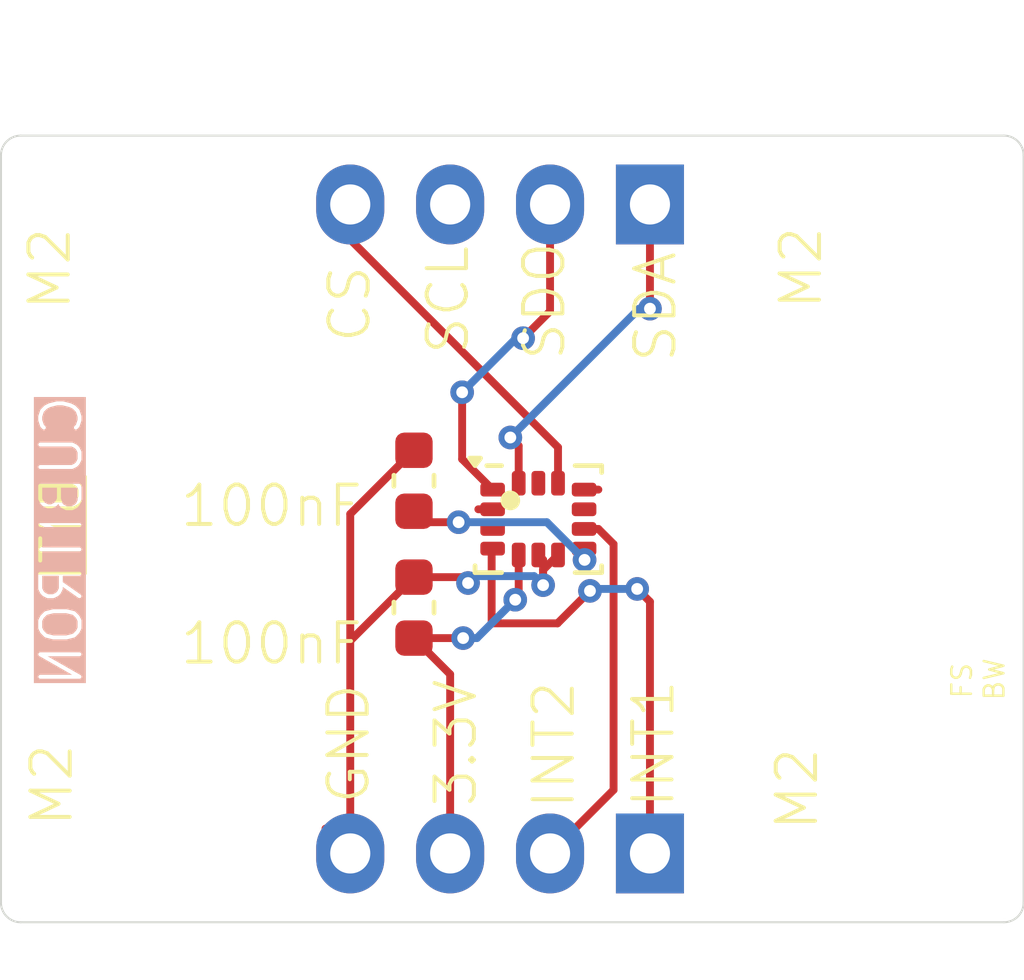
<source format=kicad_pcb>
(kicad_pcb (version 20240108) (generator "pcbnew") (generator_version "8.0")
  (layers (0 "F.Cu" signal) (31 "B.Cu" signal) (34 "B.Paste" user) (35 "F.Paste" user) (36 "B.SilkS" user "B.Silkscreen") (37 "F.SilkS" user "F.Silkscreen") (38 "B.Mask" user) (39 "F.Mask" user) (44 "Edge.Cuts" user))
  (net 0 "")
  (net 1 "+3.3V")
  (net 2 "GND")
  (net 3 "SDO{slash}SAO")
  (net 4 "CS")
  (net 5 "SCL")
  (net 6 "SDA")
  (net 7 "INT2")
  (net 8 "INT1")
  (net 9 "unconnected-(U1-SDO_AUX-Pad11)")
  (net 10 "unconnected-(U1-SDx-Pad2)")
  (footprint "MountingHole:MountingHole_2.2mm_M2" (layer "F.Cu") (at 128 86)
    (property "Reference" "H4" (hide yes))
    (property "Value" "MountingHole_Pad" (hide yes))
    (pad "" np_thru_hole circle (at 0 0) (size 2.2 2.2) (drill 2.2) (layers "*.Cu" "*.Mask"))
  )
  (footprint "Capacitor_SMD:C_0603_1608Metric" (layer "F.Cu") (at 135 78.275 90)
    (property "Reference" "C2" (hide yes))
    (property "Value" "C" (hide yes))
    (fp_line (start -0.14058 -0.51) (end 0.14058 -0.51) (stroke (width 0.12)) (layer "F.SilkS"))
    (fp_line (start -0.14058 0.51) (end 0.14058 0.51) (stroke (width 0.12)) (layer "F.SilkS"))
    (pad "1" smd roundrect (at -0.775 0 90) (size 0.9 0.95) (layers "F.Cu" "F.Paste" "F.Mask") (net 1 "+3.3V"))
    (pad "2" smd roundrect (at 0.775 0 90) (size 0.9 0.95) (layers "F.Cu" "F.Paste" "F.Mask") (net 2 "GND"))
  )
  (footprint "MountingHole:MountingHole_2.2mm_M2" (layer "F.Cu") (at 147 86)
    (property "Reference" "H1" (hide yes))
    (property "Value" "MountingHole_Pad" (hide yes))
    (pad "" np_thru_hole circle (at 0 0) (size 2.2 2.2) (drill 2.2) (layers "*.Cu" "*.Mask"))
  )
  (footprint "Capacitor_SMD:C_0603_1608Metric" (layer "F.Cu") (at 135 81.5 90)
    (property "Reference" "C1" (hide yes))
    (property "Value" "C" (hide yes))
    (fp_line (start -0.14058 -0.51) (end 0.14058 -0.51) (stroke (width 0.12)) (layer "F.SilkS"))
    (fp_line (start -0.14058 0.51) (end 0.14058 0.51) (stroke (width 0.12)) (layer "F.SilkS"))
    (pad "1" smd roundrect (at -0.775 0 90) (size 0.9 0.95) (layers "F.Cu" "F.Paste" "F.Mask") (net 1 "+3.3V"))
    (pad "2" smd roundrect (at 0.775 0 90) (size 0.9 0.95) (layers "F.Cu" "F.Paste" "F.Mask") (net 2 "GND"))
  )
  (footprint "Package_LGA:LGA-14_3x2.5mm_P0.5mm_LayoutBorder3x4y" (layer "F.Cu") (at 138.1625 79.25)
    (property "Reference" "U1" (hide yes))
    (property "Value" "ISM330DHCX" (hide yes))
    (fp_line (start -1.61 1.36) (end -1.61 1.185) (stroke (width 0.12)) (layer "F.SilkS"))
    (fp_line (start -0.935 -1.36) (end -1.31 -1.36) (stroke (width 0.12)) (layer "F.SilkS"))
    (fp_line (start -0.935 1.36) (end -1.61 1.36) (stroke (width 0.12)) (layer "F.SilkS"))
    (fp_line (start 0.935 -1.36) (end 1.61 -1.36) (stroke (width 0.12)) (layer "F.SilkS"))
    (fp_line (start 0.935 1.36) (end 1.61 1.36) (stroke (width 0.12)) (layer "F.SilkS"))
    (fp_line (start 1.61 -1.36) (end 1.61 -1.185) (stroke (width 0.12)) (layer "F.SilkS"))
    (fp_line (start 1.61 1.36) (end 1.61 1.185) (stroke (width 0.12)) (layer "F.SilkS"))
    (fp_poly (pts (xy -1.61 -1.36) (xy -1.75 -1.55) (xy -1.47 -1.55) (xy -1.61 -1.36)) (stroke (width 0.12)) (fill solid) (layer "F.SilkS"))
    (pad "1" smd roundrect (at -1.1625 -0.75) (size 0.625 0.35) (layers "F.Cu" "F.Paste" "F.Mask") (net 3 "SDO{slash}SAO"))
    (pad "2" smd roundrect (at -1.1625 -0.25) (size 0.625 0.35) (layers "F.Cu" "F.Paste" "F.Mask") (net 10 "unconnected-(U1-SDx-Pad2)"))
    (pad "3" smd roundrect (at -1.1625 0.25) (size 0.625 0.35) (layers "F.Cu" "F.Paste" "F.Mask"))
    (pad "4" smd roundrect (at -1.1625 0.75) (size 0.625 0.35) (layers "F.Cu" "F.Paste" "F.Mask") (net 8 "INT1"))
    (pad "5" smd roundrect (at -0.5 0.9125) (size 0.35 0.625) (layers "F.Cu" "F.Paste" "F.Mask") (net 1 "+3.3V"))
    (pad "6" smd roundrect (at 0 0.9125) (size 0.35 0.625) (layers "F.Cu" "F.Paste" "F.Mask") (net 2 "GND"))
    (pad "7" smd roundrect (at 0.5 0.9125) (size 0.35 0.625) (layers "F.Cu" "F.Paste" "F.Mask") (net 2 "GND"))
    (pad "8" smd roundrect (at 1.1625 0.75) (size 0.625 0.35) (layers "F.Cu" "F.Paste" "F.Mask") (net 1 "+3.3V"))
    (pad "9" smd roundrect (at 1.1625 0.25) (size 0.625 0.35) (layers "F.Cu" "F.Paste" "F.Mask") (net 7 "INT2"))
    (pad "10" smd roundrect (at 1.1625 -0.25) (size 0.625 0.35) (layers "F.Cu" "F.Paste" "F.Mask"))
    (pad "11" smd roundrect (at 1.1625 -0.75) (size 0.625 0.35) (layers "F.Cu" "F.Paste" "F.Mask") (net 9 "unconnected-(U1-SDO_AUX-Pad11)"))
    (pad "12" smd roundrect (at 0.5 -0.9125) (size 0.35 0.625) (layers "F.Cu" "F.Paste" "F.Mask") (net 4 "CS"))
    (pad "13" smd roundrect (at 0 -0.9125) (size 0.35 0.625) (layers "F.Cu" "F.Paste" "F.Mask"))
    (pad "14" smd roundrect (at -0.5 -0.9125) (size 0.35 0.625) (layers "F.Cu" "F.Paste" "F.Mask") (net 6 "SDA"))
  )
  (footprint "Connector:FanPinHeader_1x04_P2.54mm_Vertical" (layer "F.Cu") (at 141 87.75 180)
    (property "Reference" "J2" (hide yes))
    (property "Value" "Conn_01x04")
    (pad "1" thru_hole rect (at 0 0 270) (size 2.03 1.73) (drill 1.02) (layers "*.Cu" "*.Mask") (net 8 "INT1"))
    (pad "2" thru_hole oval (at 2.54 0 270) (size 2.03 1.73) (drill 1.02) (layers "*.Cu" "*.Mask") (net 7 "INT2"))
    (pad "3" thru_hole oval (at 5.08 0 270) (size 2.03 1.73) (drill 1.02) (layers "*.Cu" "*.Mask") (net 1 "+3.3V"))
    (pad "4" thru_hole oval (at 7.62 0 270) (size 2.03 1.73) (drill 1.02) (layers "*.Cu" "*.Mask") (net 2 "GND"))
  )
  (footprint "Connector:FanPinHeader_1x04_P2.54mm_Vertical" (layer "F.Cu") (at 141 71.25 180)
    (property "Reference" "J1" (hide yes))
    (property "Value" "Conn_01x04")
    (pad "1" thru_hole rect (at 0 0 270) (size 2.03 1.73) (drill 1.02) (layers "*.Cu" "*.Mask") (net 6 "SDA"))
    (pad "2" thru_hole oval (at 2.54 0 270) (size 2.03 1.73) (drill 1.02) (layers "*.Cu" "*.Mask") (net 3 "SDO{slash}SAO"))
    (pad "3" thru_hole oval (at 5.08 0 270) (size 2.03 1.73) (drill 1.02) (layers "*.Cu" "*.Mask") (net 5 "SCL"))
    (pad "4" thru_hole oval (at 7.62 0 270) (size 2.03 1.73) (drill 1.02) (layers "*.Cu" "*.Mask") (net 4 "CS"))
  )
  (footprint "MountingHole:MountingHole_2.2mm_M2" (layer "F.Cu") (at 147 73)
    (property "Reference" "H2" (hide yes))
    (property "Value" "MountingHole_Pad" (hide yes))
    (pad "" np_thru_hole circle (at 0 0) (size 2.2 2.2) (drill 2.2) (layers "*.Cu" "*.Mask"))
  )
  (footprint "MountingHole:MountingHole_2.2mm_M2" (layer "F.Cu") (at 128 73)
    (property "Reference" "H3" (hide yes))
    (property "Value" "MountingHole_Pad" (hide yes))
    (pad "" np_thru_hole circle (at 0 0) (size 2.2 2.2) (drill 2.2) (layers "*.Cu" "*.Mask"))
  )
  (gr_circle (center 137.45 78.775) (end 137.65 78.775) (stroke (width 0.1)) (fill solid) (layer "F.SilkS"))
  (gr_line (start 124.5 89) (end 124.5 70) (stroke (width 0.05)) (layer "Edge.Cuts"))
  (gr_arc (start 150.5 89) (mid 150.353553 89.353553) (end 150 89.5) (stroke (width 0.05)) (layer "Edge.Cuts"))
  (gr_line (start 125 69.5) (end 150 69.5) (stroke (width 0.05)) (layer "Edge.Cuts"))
  (gr_arc (start 150 69.5) (mid 150.353553 69.646447) (end 150.5 70) (stroke (width 0.05)) (layer "Edge.Cuts"))
  (gr_line (start 150 89.5) (end 125 89.5) (stroke (width 0.05)) (layer "Edge.Cuts"))
  (gr_arc (start 124.5 70) (mid 124.646447 69.646447) (end 125 69.5) (stroke (width 0.05)) (layer "Edge.Cuts"))
  (gr_arc (start 125 89.5) (mid 124.646447 89.353553) (end 124.5 89) (stroke (width 0.05)) (layer "Edge.Cuts"))
  (gr_line (start 150.5 70) (end 150.5 89) (stroke (width 0.05)) (layer "Edge.Cuts"))
  (gr_text "CUBITRON" (at 126.625 76.05 90) (layer "B.SilkS" knockout) (effects (font (size 1 1) (thickness 0.1)) (justify left bottom mirror)))
  (gr_text "SDO" (at 138.9 75.275 90) (layer "F.SilkS") (effects (font (size 1 1) (thickness 0.1)) (justify left bottom)))
  (gr_text "100nF" (at 129 79.5 0) (layer "F.SilkS") (effects (font (size 1 1) (thickness 0.1)) (justify left bottom)))
  (gr_text "BW" (at 150.05 83.9 90) (layer "F.SilkS") (effects (font (size 0.5 0.5) (thickness 0.0625)) (justify left bottom)))
  (gr_text "IMU\n" (at 126.65 80.8 90) (layer "F.SilkS" knockout) (effects (font (size 1 1) (thickness 0.1)) (justify left bottom)))
  (gr_text "M2" (at 145.325 87.225 90) (layer "F.SilkS") (effects (font (size 1 1) (thickness 0.1)) (justify left bottom)))
  (gr_text "INT1\n" (at 141.675 86.65 90) (layer "F.SilkS") (effects (font (size 1 1) (thickness 0.1)) (justify left bottom)))
  (gr_text "3.3V" (at 136.65 86.625 90) (layer "F.SilkS") (effects (font (size 1 1) (thickness 0.1)) (justify left bottom)))
  (gr_text "SCL" (at 136.45 75.125 90) (layer "F.SilkS") (effects (font (size 1 1) (thickness 0.1)) (justify left bottom)))
  (gr_text "M2" (at 145.425 73.975 90) (layer "F.SilkS") (effects (font (size 1 1) (thickness 0.1)) (justify left bottom)))
  (gr_text "100nF" (at 129 83 0) (layer "F.SilkS") (effects (font (size 1 1) (thickness 0.1)) (justify left bottom)))
  (gr_text "M2" (at 126.325 74 90) (layer "F.SilkS") (effects (font (size 1 1) (thickness 0.1)) (justify left bottom)))
  (gr_text "INT2\n\n" (at 140.75 86.675 90) (layer "F.SilkS") (effects (font (size 1 1) (thickness 0.1)) (justify left bottom)))
  (gr_text "GND" (at 133.925 86.55 90) (layer "F.SilkS") (effects (font (size 1 1) (thickness 0.1)) (justify left bottom)))
  (gr_text "CS" (at 133.95 74.825 90) (layer "F.SilkS") (effects (font (size 1 1) (thickness 0.1)) (justify left bottom)))
  (gr_text "SDA" (at 141.725 75.325 90) (layer "F.SilkS") (effects (font (size 1 1) (thickness 0.1)) (justify left bottom)))
  (gr_text "M2" (at 126.375 87.125 90) (layer "F.SilkS") (effects (font (size 1 1) (thickness 0.1)) (justify left bottom)))
  (gr_text "FS" (at 149.225 83.85 90) (layer "F.SilkS") (effects (font (size 0.5 0.5) (thickness 0.0625)) (justify left bottom)))
  (segment (start 137.575 81.3) (end 137.6625 81.2125) (width 0.2) (layer "F.Cu") (net 1))
  (segment (start 135 82.275) (end 136.25 82.275) (width 0.2) (layer "F.Cu") (net 1))
  (segment (start 135.92 87.75) (end 135.92 83.195) (width 0.2) (layer "F.Cu") (net 1))
  (segment (start 135.92 83.195) (end 135 82.275) (width 0.2) (layer "F.Cu") (net 1))
  (segment (start 139.325 80) (end 139.325 80.274405) (width 0.2) (layer "F.Cu") (net 1))
  (segment (start 139.325 80.274405) (end 139.3375 80.286905) (width 0.2) (layer "F.Cu") (net 1))
  (segment (start 136.135259 79.32892) (end 135.27892 79.32892) (width 0.2) (layer "F.Cu") (net 1))
  (segment (start 137.6625 81.2125) (end 137.6625 80.1625) (width 0.2) (layer "F.Cu") (net 1))
  (segment (start 135.27892 79.32892) (end 135 79.05) (width 0.2) (layer "F.Cu") (net 1))
  (via (at 137.575 81.3) (size 0.6) (drill 0.3) (layers "F.Cu" "B.Cu") (net 1))
  (via (at 136.135259 79.32892) (size 0.6) (drill 0.3) (layers "F.Cu" "B.Cu") (net 1))
  (via (at 139.3375 80.286905) (size 0.6) (drill 0.3) (layers "F.Cu" "B.Cu") (net 1))
  (via (at 136.25 82.275) (size 0.6) (drill 0.3) (layers "F.Cu" "B.Cu") (net 1))
  (segment (start 138.379515 79.32892) (end 136.135259 79.32892) (width 0.2) (layer "B.Cu") (net 1))
  (segment (start 136.6 82.275) (end 137.575 81.3) (width 0.2) (layer "B.Cu") (net 1))
  (segment (start 139.3375 80.286905) (end 138.379515 79.32892) (width 0.2) (layer "B.Cu") (net 1))
  (segment (start 136.25 82.275) (end 136.6 82.275) (width 0.2) (layer "B.Cu") (net 1))
  (segment (start 133.38 82.345) (end 135 80.725) (width 0.2) (layer "F.Cu") (net 2))
  (segment (start 138.283667 80.541333) (end 138.6625 80.1625) (width 0.2) (layer "F.Cu") (net 2))
  (segment (start 133.38 87.75) (end 132.75 87.12) (width 0.2) (layer "F.Cu") (net 2))
  (segment (start 138.283667 80.928793) (end 138.283667 80.541333) (width 0.2) (layer "F.Cu") (net 2))
  (segment (start 133.38 79.12) (end 135 77.5) (width 0.2) (layer "F.Cu") (net 2))
  (segment (start 133.38 87.75) (end 133.38 82.345) (width 0.2) (layer "F.Cu") (net 2))
  (segment (start 133.38 82.345) (end 133.38 79.12) (width 0.2) (layer "F.Cu") (net 2))
  (segment (start 138.283667 80.928793) (end 138.283667 80.283667) (width 0.2) (layer "F.Cu") (net 2))
  (segment (start 135 80.725) (end 136.225 80.725) (width 0.2) (layer "F.Cu") (net 2))
  (segment (start 136.225 80.725) (end 136.375 80.875) (width 0.2) (layer "F.Cu") (net 2))
  (segment (start 138.283667 80.283667) (end 138.1625 80.1625) (width 0.2) (layer "F.Cu") (net 2))
  (via (at 138.283667 80.928793) (size 0.6) (drill 0.3) (layers "F.Cu" "B.Cu") (net 2))
  (via (at 136.375 80.875) (size 0.6) (drill 0.3) (layers "F.Cu" "B.Cu") (net 2))
  (segment (start 136.375 80.875) (end 136.55 80.7) (width 0.2) (layer "B.Cu") (net 2))
  (segment (start 136.55 80.7) (end 138.054874 80.7) (width 0.2) (layer "B.Cu") (net 2))
  (segment (start 138.054874 80.7) (end 138.283667 80.928793) (width 0.2) (layer "B.Cu") (net 2))
  (segment (start 138.46 73.965) (end 138.46 71.25) (width 0.2) (layer "F.Cu") (net 3))
  (segment (start 136.225 77.725) (end 136.225 76.025) (width 0.2) (layer "F.Cu") (net 3))
  (segment (start 137.775 74.65) (end 138.46 73.965) (width 0.2) (layer "F.Cu") (net 3))
  (segment (start 137 78.5) (end 136.225 77.725) (width 0.2) (layer "F.Cu") (net 3))
  (via (at 136.225 76.025) (size 0.6) (drill 0.3) (layers "F.Cu" "B.Cu") (net 3))
  (via (at 137.775 74.65) (size 0.6) (drill 0.3) (layers "F.Cu" "B.Cu") (net 3))
  (segment (start 136.225 76.025) (end 137.6 74.65) (width 0.2) (layer "B.Cu") (net 3))
  (segment (start 137.6 74.65) (end 137.775 74.65) (width 0.2) (layer "B.Cu") (net 3))
  (segment (start 133.38 72.142792) (end 133.38 71.25) (width 0.2) (layer "F.Cu") (net 4))
  (segment (start 138.6625 78.3375) (end 138.6625 77.425292) (width 0.2) (layer "F.Cu") (net 4))
  (segment (start 138.6625 77.425292) (end 133.38 72.142792) (width 0.2) (layer "F.Cu") (net 4))
  (segment (start 137.6625 78.3375) (end 137.6625 77.3875) (width 0.2) (layer "F.Cu") (net 6))
  (segment (start 141 73.9) (end 141 71.25) (width 0.2) (layer "F.Cu") (net 6))
  (segment (start 137.6625 77.3875) (end 137.45 77.175) (width 0.2) (layer "F.Cu") (net 6))
  (via (at 137.45 77.175) (size 0.6) (drill 0.3) (layers "F.Cu" "B.Cu") (net 6))
  (via (at 141 73.9) (size 0.6) (drill 0.3) (layers "F.Cu" "B.Cu") (net 6))
  (segment (start 137.45 77.175) (end 140.725 73.9) (width 0.2) (layer "B.Cu") (net 6))
  (segment (start 140.725 73.9) (end 141 73.9) (width 0.2) (layer "B.Cu") (net 6))
  (segment (start 139.325 79.5) (end 139.687932 79.5) (width 0.2) (layer "F.Cu") (net 7))
  (segment (start 140.075 86.135) (end 138.46 87.75) (width 0.2) (layer "F.Cu") (net 7))
  (segment (start 140.075 79.887068) (end 140.075 86.135) (width 0.2) (layer "F.Cu") (net 7))
  (segment (start 139.687932 79.5) (end 140.075 79.887068) (width 0.2) (layer "F.Cu") (net 7))
  (segment (start 139.475 81.075) (end 138.65 81.9) (width 0.2) (layer "F.Cu") (net 8))
  (segment (start 136.975 81.9) (end 136.975 79.975) (width 0.2) (layer "F.Cu") (net 8))
  (segment (start 141 87.75) (end 141 81.35) (width 0.2) (layer "F.Cu") (net 8))
  (segment (start 138.65 81.9) (end 136.975 81.9) (width 0.2) (layer "F.Cu") (net 8))
  (segment (start 141 81.35) (end 140.675 81.025) (width 0.2) (layer "F.Cu") (net 8))
  (segment (start 136.975 79.975) (end 137 79.975) (width 0.2) (layer "F.Cu") (net 8))
  (via (at 139.475 81.075) (size 0.6) (drill 0.3) (layers "F.Cu" "B.Cu") (net 8))
  (via (at 140.675 81.025) (size 0.6) (drill 0.3) (layers "F.Cu" "B.Cu") (net 8))
  (segment (start 139.525 81.025) (end 139.475 81.075) (width 0.2) (layer "B.Cu") (net 8))
  (segment (start 140.675 81.025) (end 139.525 81.025) (width 0.2) (layer "B.Cu") (net 8))
  (segment (start 139.687932 78.5) (end 139.325 78.5) (width 0.2) (layer "F.Cu") (net 9))
  (segment (start 136.637068 79) (end 137 79) (width 0.2) (layer "F.Cu") (net 10))
)
</source>
